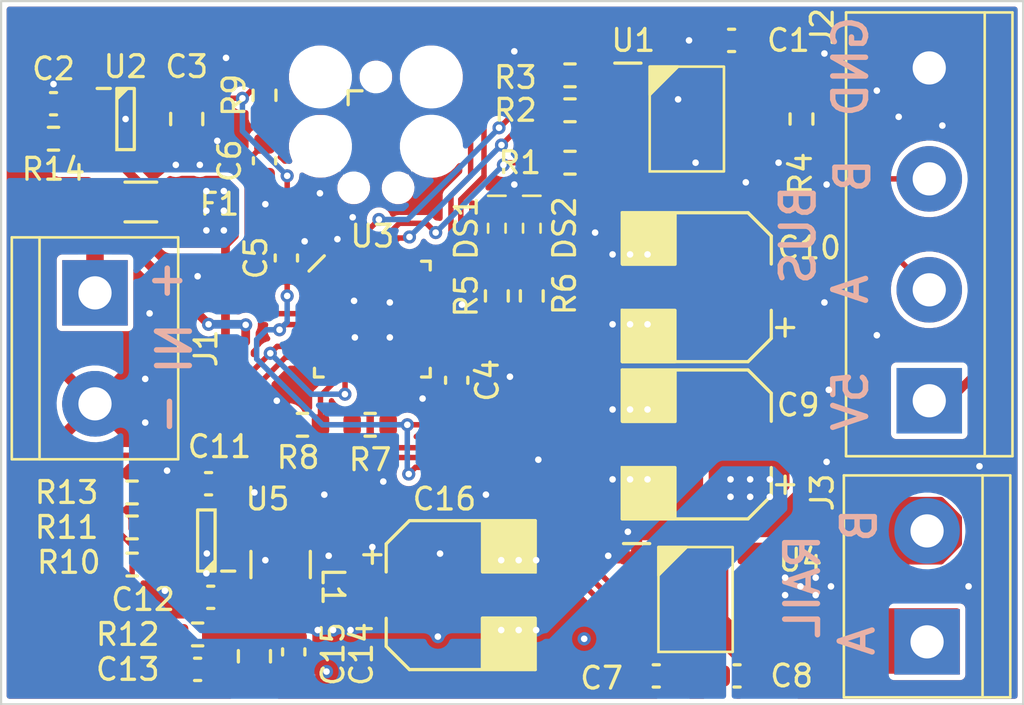
<source format=kicad_pcb>
(kicad_pcb (version 20211014) (generator pcbnew)
  (layers (0 "F.Cu" signal) (31 "B.Cu" signal) (34 "B.Paste" user) (35 "F.Paste" user) (36 "B.SilkS" user "B.Silkscreen") (37 "F.SilkS" user "F.Silkscreen") (38 "B.Mask" user) (39 "F.Mask" user) (44 "Edge.Cuts" user))
  (net 0 "")
  (net 1 "+5V")
  (net 2 "GND")
  (net 3 "+3V3")
  (net 4 "/MCU/NRST")
  (net 5 "+12V")
  (net 6 "Net-(C12-Pad1)")
  (net 7 "Net-(C12-Pad2)")
  (net 8 "Net-(C13-Pad2)")
  (net 9 "Net-(DS1-Pad2)")
  (net 10 "Net-(DS2-Pad2)")
  (net 11 "/Power/VIN")
  (net 12 "/RS485/A")
  (net 13 "/RS485/B")
  (net 14 "/RailDriver/RAIL_A")
  (net 15 "/RailDriver/RAIL_B")
  (net 16 "/MCU/SWDIO")
  (net 17 "/MCU/SWCLK")
  (net 19 "/MCU/BUS_TX")
  (net 20 "Net-(R1-Pad2)")
  (net 21 "/MCU/BUS_DIR")
  (net 22 "Net-(R2-Pad2)")
  (net 23 "/MCU/BUS_RX")
  (net 24 "Net-(R3-Pad2)")
  (net 25 "/MCU/LED_RED")
  (net 26 "/MCU/LED_GRN")
  (net 27 "Net-(R7-Pad1)")
  (net 28 "Net-(R10-Pad1)")
  (net 29 "Net-(R11-Pad1)")
  (net 30 "Net-(R14-Pad1)")
  (net 35 "/MCU/RAIL_TX_A")
  (net 36 "/MCU/RAIL_TX_B")
  (footprint "C_Capacitor:C_6.3mm_SMD" (layer "F.Cu") (at 138.75625 100.5 180)
    (fp_text reference "C9")
    (fp_text value "100u,35v" hide)
  )
  (footprint "C_Capacitor:C_0603" (layer "F.Cu") (at 116.5 107.5)
    (fp_text reference "C12")
    (fp_text value "100n,50v" hide)
  )
  (footprint "R_Resistor:R_0603" (layer "F.Cu") (at 123.8 99.6)
    (fp_text reference "R7")
    (fp_text value "10K" hide)
  )
  (footprint "C_Capacitor:C_0603" (layer "F.Cu") (at 109.3 84.9 180)
    (fp_text reference "C2")
    (fp_text value "100n,50v" hide)
  )
  (footprint "R_Resistor:R_0603" (layer "F.Cu") (at 118.9625 84.5125 90)
    (fp_text reference "R9")
    (fp_text value "10K" hide)
  )
  (footprint "U_IC:SOT23_6" (layer "F.Cu") (at 116.3 104.9 180)
    (fp_text reference "U5")
    (fp_text value "RT6214BHGJ6F" hide)
  )
  (footprint "R_Resistor:R_0603" (layer "F.Cu") (at 132.95 85.2)
    (fp_text reference "R2")
    (fp_text value "10K" hide)
  )
  (footprint "R_Resistor:R_0603" (layer "F.Cu") (at 115.9 109.2)
    (fp_text reference "R12")
    (fp_text value "54.9K" hide)
  )
  (footprint "DS_LED:DS_0603" (layer "F.Cu") (at 129.6 90.6 -90)
    (fp_text reference "DS1")
    (fp_text value "LED,RED" hide)
  )
  (footprint "U_IC:QFN32_05_5x5_EP" (layer "F.Cu") (at 123.9 94.7625)
    (fp_text reference "U3")
    (fp_text value "STM32L011KxUx" hide)
  )
  (footprint "TerminalBlock:TerminalBlock_bornier-2_P5.08mm" (layer "F.Cu") (at 149.3 109.54 90)
    (fp_text reference "J3")
    (fp_text value "Screw_Terminal_01x02" hide)
  )
  (footprint "R_Resistor:R_0603" (layer "F.Cu") (at 112.9 104.3 180)
    (fp_text reference "R11")
    (fp_text value "10K" hide)
  )
  (footprint "C_Capacitor:C_6.3mm_SMD" (layer "F.Cu") (at 127.94375 107.4)
    (fp_text reference "C16")
    (fp_text value "100u,35v" hide)
  )
  (footprint "TerminalBlock:TerminalBlock_bornier-4_P5.08mm" (layer "F.Cu") (at 149.4 98.5 90)
    (fp_text reference "J2")
    (fp_text value "Screw_Terminal_01x04" hide)
  )
  (footprint "C_Capacitor:C_0805" (layer "F.Cu") (at 118.5 110.2 -90)
    (fp_text reference "C15")
    (fp_text value "10u,16V" hide)
  )
  (footprint "R_Resistor:R_0603" (layer "F.Cu") (at 112.9 106 180)
    (fp_text reference "R10")
    (fp_text value "100K" hide)
  )
  (footprint "C_Capacitor:C_0603" (layer "F.Cu") (at 118.9625 87.5125 -90)
    (fp_text reference "C6")
    (fp_text value "100n,50v" hide)
  )
  (footprint "C_Capacitor:C_0805" (layer "F.Cu") (at 115.4 85.6 -90)
    (fp_text reference "C3")
    (fp_text value "10u,16V" hide)
  )
  (footprint "R_Resistor:R_0603" (layer "F.Cu") (at 109.3 86.5 180)
    (fp_text reference "R14")
    (fp_text value "10K" hide)
  )
  (footprint "R_Resistor:R_0603" (layer "F.Cu") (at 129.6 93.7 -90)
    (fp_text reference "R5")
    (fp_text value "300R" hide)
  )
  (footprint "R_Resistor:R_0603" (layer "F.Cu") (at 143.55 85.6 90)
    (fp_text reference "R4")
    (fp_text value "120R" hide)
  )
  (footprint "C_Capacitor:C_0603" (layer "F.Cu") (at 136.9 111.1)
    (fp_text reference "C7")
    (fp_text value "100n,50v" hide)
  )
  (footprint "C_Capacitor:C_0603" (layer "F.Cu") (at 119.9625 91.9625 90)
    (fp_text reference "C5")
    (fp_text value "100n,50v" hide)
  )
  (footprint "U_IC:SOIC_8" (layer "F.Cu") (at 138.7 107.6)
    (fp_text reference "U4")
    (fp_text value "TB67H451FNG" hide)
  )
  (footprint "U_IC:SOIC_8" (layer "F.Cu") (at 138.3 85.6)
    (fp_text reference "U1")
    (fp_text value "SN75179BDR" hide)
  )
  (footprint "C_Capacitor:C_0603" (layer "F.Cu") (at 115.9 110.8 180)
    (fp_text reference "C13")
    (fp_text value "22p,50v" hide)
  )
  (footprint "U_IC:SOT23_5" (layer "F.Cu") (at 112.6 85.6)
    (fp_text reference "U2")
    (fp_text value "MCP1755T-3302E/OT" hide)
  )
  (footprint "R_Resistor:R_0603" (layer "F.Cu") (at 132.95 83.6)
    (fp_text reference "R3")
    (fp_text value "10K" hide)
  )
  (footprint "C_Capacitor:C_0603" (layer "F.Cu") (at 116.4 102.3 180)
    (fp_text reference "C11")
    (fp_text value "100n,50v" hide)
  )
  (footprint "R_Resistor:R_0603" (layer "F.Cu") (at 112.9 102.7 180)
    (fp_text reference "R13")
    (fp_text value "10K" hide)
  )
  (footprint "DS_LED:DS_0603" (layer "F.Cu") (at 131.2 90.6 -90)
    (fp_text reference "DS2")
    (fp_text value "LED,GRN" hide)
  )
  (footprint "TerminalBlock:TerminalBlock_bornier-2_P5.08mm" (layer "F.Cu") (at 111.2 93.56 -90)
    (fp_text reference "J1")
    (fp_text value "Screw_Terminal_01x02" hide)
  )
  (footprint "R_Resistor:R_0603" (layer "F.Cu") (at 120.7 99.6)
    (fp_text reference "R8")
    (fp_text value "10K" hide)
  )
  (footprint "F_Fuse:F_1206" (layer "F.Cu") (at 113.3 89.4)
    (fp_text reference "F1")
    (fp_text value "0685T5000-01" hide)
  )
  (footprint "C_Capacitor:C_0603" (layer "F.Cu") (at 140.6 111.1 180)
    (fp_text reference "C8")
    (fp_text value "100n,50v" hide)
  )
  (footprint "R_Resistor:R_0603" (layer "F.Cu") (at 131.2 93.7 -90)
    (fp_text reference "R6")
    (fp_text value "300R" hide)
  )
  (footprint "C_Capacitor:C_6.3mm_SMD" (layer "F.Cu") (at 138.75625 93.3 180)
    (fp_text reference "C10")
    (fp_text value "100u,35v" hide)
  )
  (footprint "R_Resistor:R_0603" (layer "F.Cu") (at 132.95 87.6)
    (fp_text reference "R1")
    (fp_text value "10K" hide)
  )
  (footprint "L_Inductor:L_1210" (layer "F.Cu") (at 119.7 106 -90)
    (fp_text reference "L1")
    (fp_text value "NLCV32T-4R7M-PFR" hide)
  )
  (footprint "C_Capacitor:C_0603" (layer "F.Cu") (at 140.35 82 180)
    (fp_text reference "C1")
    (fp_text value "100n,50v" hide)
  )
  (footprint "C_Capacitor:C_0603" (layer "F.Cu") (at 127.7625 97.5625 -90)
    (fp_text reference "C4")
    (fp_text value "100n,50v" hide)
  )
  (footprint "N_NonPart:TagConnect_2030" (layer "F.Cu") (at 124.0625 86.2125 -90)
    (fp_text reference "J4" hide)
    (fp_text value "TC_2030_STLINK" hide)
  )
  (footprint "C_Capacitor:C_0603" (layer "F.Cu") (at 120.3 110 -90)
    (fp_text reference "C14")
    (fp_text value "100n,50v" hide)
  )
  (gr_rect (start 153.7 80.2) (end 106.9 112.4) (layer "Edge.Cuts") (width 0.1) (fill none))
  (gr_text "IN" (at 114.7 96.1 270) (layer "B.SilkS") (effects (font (size 1.5 1.5) (thickness 0.25)) (justify mirror)))
  (gr_text "B" (at 146.2 104.2 90) (layer "B.SilkS") (effects (font (size 1.5 1.5) (thickness 0.25)) (justify mirror)))
  (gr_text "5V" (at 145.8 98.5 90) (layer "B.SilkS") (effects (font (size 1.5 1.5) (thickness 0.25)) (justify mirror)))
  (gr_text "RAIL" (at 143.6 107 90) (layer "B.SilkS") (effects (font (size 1.5 1.5) (thickness 0.25)) (justify mirror)))
  (gr_text "+" (at 114.4 93 90) (layer "B.SilkS") (effects (font (size 1.5 1.5) (thickness 0.25)) (justify mirror)))
  (gr_text "BUS" (at 143.4 90.9 90) (layer "B.SilkS") (effects (font (size 1.5 1.5) (thickness 0.25)) (justify mirror)))
  (gr_text "A" (at 145.8 93.4 90) (layer "B.SilkS") (effects (font (size 1.5 1.5) (thickness 0.25)) (justify mirror)))
  (gr_text "GND" (at 145.8 83.2 90) (layer "B.SilkS") (effects (font (size 1.5 1.5) (thickness 0.25)) (justify mirror)))
  (gr_text "-" (at 114.5 99.1 90) (layer "B.SilkS") (effects (font (size 1.5 1.5) (thickness 0.25)) (justify mirror)))
  (gr_text "B" (at 145.9 88.2 90) (layer "B.SilkS") (effects (font (size 1.5 1.5) (thickness 0.25)) (justify mirror)))
  (gr_text "A" (at 146.1 109.5 90) (layer "B.SilkS") (effects (font (size 1.5 1.5) (thickness 0.25)) (justify mirror)))
  (segment (start 119.082736 101.62452) (end 122.22452 101.62452) (width 0.4) (layer "F.Cu") (net 1))
  (segment (start 112.5 87.8) (end 109.6 87.8) (width 0.4) (layer "F.Cu") (net 1))
  (segment (start 113.3 91.9) (end 113.3 88.6) (width 0.4) (layer "F.Cu") (net 1))
  (segment (start 111.35 84.9) (end 111.6 84.65) (width 0.25) (layer "F.Cu") (net 1))
  (segment (start 141 82.125) (end 141.125 82) (width 0.25) (layer "F.Cu") (net 1))
  (segment (start 138.995 83.695) (end 141 83.695) (width 0.4) (layer "F.Cu") (net 1))
  (segment (start 113.3 88.6) (end 112.5 87.8) (width 0.4) (layer "F.Cu") (net 1))
  (segment (start 117.87548 96.02452) (end 117.87548 100.417264) (width 0.4) (layer "F.Cu") (net 1))
  (segment (start 118.1 95.02452) (end 118.1 95.8) (width 0.4) (layer "F.Cu") (net 1))
  (segment (start 150.3 98.5) (end 149.4 98.5) (width 0.4) (layer "F.Cu") (net 1))
  (segment (start 141 83.695) (end 145.705 83.695) (width 0.4) (layer "F.Cu") (net 1))
  (segment (start 150.4 81.2) (end 151.5 82.3) (width 0.4) (layer "F.Cu") (net 1))
  (segment (start 151.5 82.3) (end 151.5 97.3) (width 0.4) (layer "F.Cu") (net 1))
  (segment (start 110.075 84.9) (end 113.77452 81.20048) (width 0.4) (layer "F.Cu") (net 1))
  (segment (start 141 83.695) (end 141 82.125) (width 0.25) (layer "F.Cu") (net 1))
  (segment (start 145.705 83.695) (end 148.2 81.2) (width 0.4) (layer "F.Cu") (net 1))
  (segment (start 109.6 87.8) (end 108.475 86.675) (width 0.4) (layer "F.Cu") (net 1))
  (segment (start 116.4 95) (end 113.3 91.9) (width 0.4) (layer "F.Cu") (net 1))
  (segment (start 110.075 84.9) (end 111.35 84.9) (width 0.25) (layer "F.Cu") (net 1))
  (segment (start 122.22452 101.62452) (end 125.44375 104.84375) (width 0.4) (layer "F.Cu") (net 1))
  (segment (start 108.475 86.5) (end 110.075 84.9) (width 0.4) (layer "F.Cu") (net 1))
  (segment (start 113.77452 81.20048) (end 136.50048 81.20048) (width 0.4) (layer "F.Cu") (net 1))
  (segment (start 151.5 97.3) (end 150.3 98.5) (width 0.4) (layer "F.Cu") (net 1))
  (segment (start 136.50048 81.20048) (end 138.995 83.695) (width 0.4) (layer "F.Cu") (net 1))
  (segment (start 125.44375 104.84375) (end 125.44375 107.4) (width 0.4) (layer "F.Cu") (net 1))
  (segment (start 118.1 95.8) (end 117.87548 96.02452) (width 0.4) (layer "F.Cu") (net 1))
  (segment (start 148.2 81.2) (end 150.4 81.2) (width 0.4) (layer "F.Cu") (net 1))
  (segment (start 108.475 86.675) (end 108.475 86.5) (width 0.4) (layer "F.Cu") (net 1))
  (segment (start 117.87548 100.417264) (end 119.082736 101.62452) (width 0.4) (layer "F.Cu") (net 1))
  (via (at 118.1 95.02452) (size 0.6) (drill 0.3) (layers "F.Cu" "B.Cu") (net 1))
  (via (at 116.4 95) (size 0.6) (drill 0.3) (layers "F.Cu" "B.Cu") (net 1))
  (segment (start 118.07548 95) (end 116.4 95) (width 0.4) (layer "B.Cu") (net 1))
  (segment (start 118.1 95.02452) (end 118.07548 95) (width 0.4) (layer "B.Cu") (net 1))
  (segment (start 122.65 92.3625) (end 122.65 93.5125) (width 0.25) (layer "F.Cu") (net 2))
  (segment (start 122.65 93.5125) (end 123.0625 93.925) (width 0.25) (layer "F.Cu") (net 2))
  (segment (start 123.4275 87.4825) (end 124.1 88.155) (width 0.25) (layer "F.Cu") (net 2))
  (segment (start 122.65 91.45) (end 122.3 91.1) (width 0.25) (layer "F.Cu") (net 2))
  (segment (start 124.1 89.1) (end 123.1 90.1) (width 0.25) (layer "F.Cu") (net 2))
  (segment (start 122.65 92.3625) (end 122.65 91.45) (width 0.25) (layer "F.Cu") (net 2))
  (segment (start 124.1 88.155) (end 124.1 89.1) (width 0.25) (layer "F.Cu") (net 2))
  (via (at 126.9 109.3) (size 0.6) (drill 0.3) (layers "F.Cu" "B.Cu") (net 2))
  (via (at 113.5 97.5) (size 0.6) (drill 0.3) (layers "F.Cu" "B.Cu") (net 2))
  (via (at 134.9 95) (size 0.6) (drill 0.3) (layers "F.Cu" "B.Cu") (net 2))
  (via (at 134.9 98.9) (size 0.6) (drill 0.3) (layers "F.Cu" "B.Cu") (net 2))
  (via (at 151.7 101.5) (size 0.6) (drill 0.3) (layers "F.Cu" "B.Cu") (net 2))
  (via (at 115.9 92.8) (size 0.6) (drill 0.3) (layers "F.Cu" "B.Cu") (net 2))
  (via (at 150 85.9) (size 0.6) (drill 0.3) (layers "F.Cu" "B.Cu") (net 2))
  (via (at 129.1 102.8) (size 0.6) (drill 0.3) (layers "F.Cu" "B.Cu") (net 2))
  (via (at 148 85.5) (size 0.6) (drill 0.3) (layers "F.Cu" "B.Cu") (net 2))
  (via (at 138.4 82) (size 0.6) (drill 0.3) (layers "F.Cu" "B.Cu") (net 2))
  (via (at 123 90.1) (size 0.6) (drill 0.3) (layers "F.Cu" "B.Cu") (net 2))
  (via (at 142.8 106.6) (size 0.6) (drill 0.3) (layers "F.Cu" "B.Cu") (net 2))
  (via (at 144.6 94) (size 0.6) (drill 0.3) (layers "F.Cu" "B.Cu") (net 2))
  (via (at 121.8 110.9) (size 0.6) (drill 0.3) (layers "F.Cu" "B.Cu") (net 2))
  (via (at 142.8 107.4) (size 0.6) (drill 0.3) (layers "F.Cu" "B.Cu") (net 2))
  (via (at 144.6 82.6) (size 0.6) (drill 0.3) (layers "F.Cu" "B.Cu") (net 2))
  (via (at 136.5 102.1) (size 0.6) (drill 0.3) (layers "F.Cu" "B.Cu") (net 2))
  (via (at 130.2 97.4) (size 0.6) (drill 0.3) (layers "F.Cu" "B.Cu") (net 2))
  (via (at 133.6 109.4) (size 0.6) (drill 0.3) (layers "F.Cu" "B.Cu") (net 2))
  (via (at 114.9 87.7) (size 0.6) (drill 0.3) (layers "F.Cu" "B.Cu") (net 2))
  (via (at 130.6 105.8) (size 0.6) (drill 0.3) (layers "F.Cu" "B.Cu") (net 2))
  (via (at 135.7 91.8) (size 0.6) (drill 0.3) (layers "F.Cu" "B.Cu") (net 2))
  (via (at 121.4 109) (size 0.6) (drill 0.3) (layers "F.Cu" "B.Cu") (net 2))
  (via (at 116.320663 105.494096) (size 0.6) (drill 0.3) (layers "F.Cu" "B.Cu") (net 2))
  (via (at 147 95.5) (size 0.6) (drill 0.3) (layers "F.Cu" "B.Cu") (net 2))
  (via (at 128 94.1) (size 0.6) (drill 0.3) (layers "F.Cu" "B.Cu") (net 2))
  (via (at 134.1 90.8) (size 0.6) (drill 0.3) (layers "F.Cu" "B.Cu") (net 2))
  (via (at 116.8 86.6) (size 0.6) (drill 0.3) (layers "F.Cu" "B.Cu") (net 2))
  (via (at 151.2 107) (size 0.6) (drill 0.3) (layers "F.Cu" "B.Cu") (net 2))
  (via (at 119.5245 98.5) (size 0.6) (drill 0.3) (layers "F.Cu" "B.Cu") (net 2))
  (via (at 134.9 91.8) (size 0.6) (drill 0.3) (layers "F.Cu" "B.Cu") (net 2))
  (via (at 122.3 91.1) (size 0.6) (drill 0.3) (layers "F.Cu" "B.Cu") (net 2))
  (via (at 144.8 98) (size 0.6) (drill 0.3) (layers "F.Cu" "B.Cu") (net 2))
  (via (at 134.7 105.6) (size 0.6) (drill 0.3) (layers "F.Cu" "B.Cu") (net 2))
  (via (at 124.4 102.2) (size 0.6) (drill 0.3) (layers "F.Cu" "B.Cu") (net 2))
  (via (at 118.5 102.7) (size 0.6) (drill 0.3) (layers "F.Cu" "B.Cu") (net 2))
  (via (at 112.6 85.6) (size 0.6) (drill 0.3) (layers "F.Cu" "B.Cu") (net 2))
  (via (at 123.9 105.2) (size 0.6) (drill 0.3) (layers "F.Cu" "B.Cu") (net 2))
  (via (at 123.0625 93.925) (size 0.6) (drill 0.3) (layers "F.Cu" "B.Cu") (net 2))
  (via (at 116.3 106.4) (size 0.6) (drill 0.3) (layers "F.Cu" "B.Cu") (net 2))
  (via (at 147 84.3) (size 0.6) (drill 0.3) (layers "F.Cu" "B.Cu") (net 2))
  (via (at 124.7 95.6) (size 0.6) (drill 0.3) (layers "F.Cu" "B.Cu") (net 2))
  (via (at 131.5 101.2) (size 0.6) (drill 0.3) (layers "F.Cu" "B.Cu") (net 2))
  (via (at 142.5 87.6) (size 0.6) (drill 0.3) (layers "F.Cu" "B.Cu") (net 2))
  (via (at 130.4 82.5) (size 0.6) (drill 0.3) (layers "F.Cu" "B.Cu") (net 2))
  (via (at 109.3 84) (size 0.6) (drill 0.3) (layers "F.Cu" "B.Cu") (net 2))
  (via (at 135.7 98.9) (size 0.6) (drill 0.3) (layers "F.Cu" "B.Cu") (net 2))
  (via (at 135.6 104.5) (size 0.6) (drill 0.3) (layers "F.Cu" "B.Cu") (net 2))
  (via (at 121.5 89) (size 0.6) (drill 0.3) (layers "F.Cu" "B.Cu") (net 2))
  (via (at 129.8 105.8) (size 0.6) (drill 0.3) (layers "F.Cu" "B.Cu") (net 2))
  (via (at 141 88.5) (size 0.6) (drill 0.3) (layers "F.Cu" "B.Cu") (net 2))
  (via (at 122.1 109) (size 0.6) (drill 0.3) (layers "F.Cu" "B.Cu") (net 2))
  (via (at 121.7 102.8) (size 0.6) (drill 0.3) (layers "F.Cu" "B.Cu") (net 2))
  (via (at 136.5 91.8) (size 0.6) (drill 0.3) (layers "F.Cu" "B.Cu") (net 2))
  (via (at 119 89.5) (size 0.6) (drill 0.3) (layers "F.Cu" "B.Cu") (net 2))
  (via (at 144.9 107) (size 0.6) (drill 0.3) (layers "F.Cu" "B.Cu") (net 2))
  (via (at 114.5 101.7) (size 0.6) (drill 0.3) (layers "F.Cu" "B.Cu") (net 2))
  (via (at 136.5 95) (size 0.6) (drill 0.3) (layers "F.Cu" "B.Cu") (net 2))
  (via (at 131.4 105.8) (size 0.6) (drill 0.3) (layers "F.Cu" "B.Cu") (net 2))
  (via (at 123.1 95.6) (size 0.6) (drill 0.3) (layers "F.Cu" "B.Cu") (net 2))
  (via (at 130.4 88.6) (size 0.6) (drill 0.3) (layers "F.Cu" "B.Cu") (net 2))
  (via (at 134.9 102.1) (size 0.6) (drill 0.3) (layers "F.Cu" "B.Cu") (net 2))
  (via (at 143.5 107) (size 0.6) (drill 0.3) (layers "F.Cu" "B.Cu") (net 2))
  (via (at 137.9 84.7) (size 0.6) (drill 0.3) (layers "F.Cu" "B.Cu") (net 2))
  (via (at 117.2 82.8) (size 0.6) (drill 0.3) (layers "F.Cu" "B.Cu") (net 2))
  (via (at 130.6 109) (size 0.6) (drill 0.3) (layers "F.Cu" "B.Cu") (net 2))
  (via (at 121.9 105.6) (size 0.6) (drill 0.3) (layers "F.Cu" "B.Cu") (net 2))
  (via (at 135.7 102.1) (size 0.6) (drill 0.3) (layers "F.Cu" "B.Cu") (net 2))
  (via (at 135.7 95) (size 0.6) (drill 0.3) (layers "F.Cu" "B.Cu") (net 2))
  (via (at 126.2 98.4) (size 0.6) (drill 0.3) (layers "F.Cu" "B.Cu") (net 2))
  (via (at 144.7 88.6) (size 0.6) (drill 0.3) (layers "F.Cu" "B.Cu") (net 2))
  (via (at 144.7 101.3) (size 0.6) (drill 0.3) (layers "F.Cu" "B.Cu") (net 2))
  (via (at 127 105.5) (size 0.6) (drill 0.3) (layers "F.Cu" "B.Cu") (net 2))
  (via (at 114.4 107.2) (size 0.6) (drill 0.3) (layers "F.Cu" "B.Cu") (net 2))
  (via (at 113.7 94.5) (size 0.6) (drill 0.3) (layers "F.Cu" "B.Cu") (net 2))
  (via (at 116 87.7) (size 0.6) (drill 0.3) (layers "F.Cu" "B.Cu") (net 2))
  (via (at 119 105.8) (size 0.6) (drill 0.3) (layers "F.Cu" "B.Cu") (net 2))
  (via (at 131.4 109) (size 0.6) (drill 0.3) (layers "F.Cu" "B.Cu") (net 2))
  (via (at 122.9 109) (size 0.6) (drill 0.3) (layers "F.Cu" "B.Cu") (net 2))
  (via (at 138.7 87.6) (size 0.6) (drill 0.3) (layers "F.Cu" "B.Cu") (net 2))
  (via (at 124.7 94) (size 0.6) (drill 0.3) (layers "F.Cu" "B.Cu") (net 2))
  (via (at 136.5 98.9) (size 0.6) (drill 0.3) (layers "F.Cu" "B.Cu") (net 2))
  (via (at 144.2 107.4) (size 0.6) (drill 0.3) (layers "F.Cu" "B.Cu") (net 2))
  (via (at 120.8 91.2) (size 0.6) (drill 0.3) (layers "F.Cu" "B.Cu") (net 2))
  (via (at 113.5 99.5) (size 0.6) (drill 0.3) (layers "F.Cu" "B.Cu") (net 2))
  (via (at 144.2 106.6) (size 0.6) (drill 0.3) (layers "F.Cu" "B.Cu") (net 2))
  (via (at 129.8 109) (size 0.6) (drill 0.3) (layers "F.Cu" "B.Cu") (net 2))
  (segment (start 122.210529 82.110529) (end 120.539471 82.110529) (width 0.25) (layer "F.Cu") (net 3))
  (segment (start 126.2625 96.5125) (end 127.3875 96.5125) (width 0.25) (layer "F.Cu") (net 3))
  (segment (start 136 109.505) (end 135.105 109.505) (width 0.25) (layer "F.Cu") (net 3))
  (segment (start 120.539471 82.110529) (end 118.9625 83.6875) (width 0.25) (layer "F.Cu") (net 3))
  (segment (start 128.3 99.6) (end 128.9 99) (width 0.25) (layer "F.Cu") (net 3))
  (segment (start 124.625 99.6) (end 125.5 99.6) (width 0.25) (layer "F.Cu") (net 3))
  (segment (start 123.4275 84.9425) (end 123.192679 84.707679) (width 0.25) (layer "F.Cu") (net 3))
  (segment (start 125.5 99.6) (end 128.3 99.6) (width 0.25) (layer "F.Cu") (net 3))
  (segment (start 120.2375 93.0125) (end 119.9625 92.7375) (width 0.25) (layer "F.Cu") (net 3))
  (segment (start 121.4625 93.0125) (end 120.2375 93.0125) (width 0.25) (layer "F.Cu") (net 3))
  (segment (start 118 84.65) (end 118.9625 83.6875) (width 0.25) (layer "F.Cu") (net 3))
  (segment (start 120 93.7) (end 120 92.775) (width 0.25) (layer "F.Cu") (net 3))
  (segment (start 134.7 108.054628) (end 132.9 106.254628) (width 0.25) (layer "F.Cu") (net 3))
  (segment (start 119.9625 92.7375) (end 118.8 91.575) (width 0.25) (layer "F.Cu") (net 3))
  (segment (start 128.9 97.4) (end 128.2875 96.7875) (width 0.25) (layer "F.Cu") (net 3))
  (segment (start 119.8875 95.0125) (end 119.65 95.25) (width 0.25) (layer "F.Cu") (net 3))
  (segment (start 127.3875 96.5125) (end 127.7625 96.8875) (width 0.25) (layer "F.Cu") (net 3))
  (segment (start 120 89.383193) (end 120 88.2) (width 0.25) (layer "F.Cu") (net 3))
  (segment (start 120 92.775) (end 119.9625 92.7375) (width 0.25) (layer "F.Cu") (net 3))
  (segment (start 136.125 111.1) (end 136.125 109.63) (width 0.25) (layer "F.Cu") (net 3))
  (segment (start 123.192679 84.707679) (end 123.192679 83.092679) (width 0.25) (layer "F.Cu") (net 3))
  (segment (start 118.8 90.583193) (end 120 89.383193) (width 0.25) (layer "F.Cu") (net 3))
  (segment (start 128.9 99) (end 128.9 97.4) (width 0.25) (layer "F.Cu") (net 3))
  (segment (start 121.5 95.0125) (end 119.8875 95.0125) (width 0.25) (layer "F.Cu") (net 3))
  (segment (start 132.9 106.254628) (end 132.9 105.335718) (width 0.25) (layer "F.Cu") (net 3))
  (segment (start 118.8 91.575) (end 118.8 90.583193) (width 0.25) (layer "F.Cu") (net 3))
  (segment (start 113.6 84.65) (end 115.4 84.65) (width 0.25) (layer "F.Cu") (net 3))
  (segment (start 125.872222 101.54952) (end 125.565226 101.856516) (width 0.25) (layer "F.Cu") (net 3))
  (segment (start 129.113802 101.54952) (end 125.872222 101.54952) (width 0.25) (layer "F.Cu") (net 3))
  (segment (start 115.4 84.65) (end 117.95 84.65) (width 0.25) (layer "F.Cu") (net 3))
  (segment (start 134.7 109.1) (end 134.7 108.054628) (width 0.25) (layer "F.Cu") (net 3))
  (segment (start 117.95 84.65) (end 118 84.65) (width 0.25) (layer "F.Cu") (net 3))
  (segment (start 128.2875 96.7875) (end 127.7625 96.7875) (width 0.25) (layer "F.Cu") (net 3))
  (segment (start 123.192679 83.092679) (end 122.210529 82.110529) (width 0.25) (layer "F.Cu") (net 3))
  (segment (start 136.125 109.63) (end 136 109.505) (width 0.25) (layer "F.Cu") (net 3))
  (segment (start 135.105 109.505) (end 134.7 109.1) (width 0.25) (layer "F.Cu") (net 3))
  (segment (start 132.9 105.335718) (end 129.113802 101.54952) (width 0.25) (layer "F.Cu") (net 3))
  (via (at 120 88.2) (size 0.6) (drill 0.3) (layers "F.Cu" "B.Cu") (net 3))
  (via (at 117.95 84.65) (size 0.6) (drill 0.3) (layers "F.Cu" "B.Cu") (net 3))
  (via (at 119.65 95.25) (size 0.6) (drill 0.3) (layers "F.Cu" "B.Cu") (net 3))
  (via (at 125.565226 101.856516) (size 0.6) (drill 0.3) (layers "F.Cu" "B.Cu") (net 3))
  (via (at 125.5 99.6) (size 0.6) (drill 0.3) (layers "F.Cu" "B.Cu") (net 3))
  (via (at 120 93.7) (size 0.6) (drill 0.3) (layers "F.Cu" "B.Cu") (net 3))
  (segment (start 121.616807 99.6) (end 118.601759 96.584952) (width 0.25) (layer "B.Cu") (net 3))
  (segment (start 117.95 86.15) (end 117.95 84.65) (width 0.25) (layer "B.Cu") (net 3))
  (segment (start 125.5 101.7) (end 125.5 101.79129) (width 0.25) (layer "B.Cu") (net 3))
  (segment (start 118.601759 95.698241) (end 119.05 95.25) (width 0.25) (layer "B.Cu") (net 3))
  (segment (start 119.05 95.25) (end 119.65 95.25) (width 0.25) (layer "B.Cu") (net 3))
  (segment (start 120 88.2) (end 117.95 86.15) (width 0.25) (layer "B.Cu") (net 3))
  (segment (start 118.601759 96.584952) (end 118.601759 95.698241) (width 0.25) (layer "B.Cu") (net 3))
  (segment (start 119.65 95.25) (end 120 94.9) (width 0.25) (layer "B.Cu") (net 3))
  (segment (start 120 94.9) (end 120 93.7) (width 0.25) (layer "B.Cu") (net 3))
  (segment (start 125.5 99.6) (end 121.616807 99.6) (width 0.25) (layer "B.Cu") (net 3))
  (segment (start 125.5 99.6) (end 125.5 101.7) (width 0.25) (layer "B.Cu") (net 3))
  (segment (start 125.5 101.79129) (end 125.565226 101.856516) (width 0.25) (layer "B.Cu") (net 3))
  (segment (start 119.014471 85.285529) (end 118.9625 85.3375) (width 0.25) (layer "F.Cu") (net 4))
  (segment (start 118.16298 87.53702) (end 118.9625 86.7375) (width 0.25) (layer "F.Cu") (net 4))
  (segment (start 121.5 94.5125) (end 119.0125 94.5125) (width 0.25) (layer "F.Cu") (net 4))
  (segment (start 118.9625 86.7375) (end 118.9625 85.3375) (width 0.25) (layer "F.Cu") (net 4))
  (segment (start 123.4275 86.2125) (end 122.500529 85.285529) (width 0.25) (layer "F.Cu") (net 4))
  (segment (start 119.0125 94.5125) (end 118.16298 93.66298) (width 0.25) (layer "F.Cu") (net 4))
  (segment (start 118.16298 93.66298) (end 118.16298 87.53702) (width 0.25) (layer "F.Cu") (net 4))
  (segment (start 122.500529 85.285529) (end 119.014471 85.285529) (width 0.25) (layer "F.Cu") (net 4))
  (segment (start 112.075 106) (end 111.2 105.125) (width 0.25) (layer "F.Cu") (net 5))
  (segment (start 141.375 109.53) (end 141.4 109.505) (width 0.25) (layer "F.Cu") (net 5))
  (segment (start 117.175 90.775) (end 117.175 102.3) (width 0.4) (layer "F.Cu") (net 5))
  (segment (start 117.3 102.425) (end 117.175 102.3) (width 0.25) (layer "F.Cu") (net 5))
  (segment (start 111.2 105.125) (end 111.2 102.358217) (width 0.25) (layer "F.Cu") (net 5))
  (segment (start 117.1 90.7) (end 117.175 90.775) (width 0.4) (layer "F.Cu") (net 5))
  (segment (start 112.558217 101) (end 117.2 101) (width 0.25) (layer "F.Cu") (net 5))
  (segment (start 117.3 103.95) (end 117.3 102.425) (width 0.4) (layer "F.Cu") (net 5))
  (segment (start 111.2 102.358217) (end 112.558217 101) (width 0.25) (layer "F.Cu") (net 5))
  (via (at 116.3 89.8) (size 0.6) (drill 0.3) (layers "F.Cu" "B.Cu") (net 5))
  (via (at 116.3 90.7) (size 0.6) (drill 0.3) (layers "F.Cu" "B.Cu") (net 5))
  (via (at 142.1 102.1) (size 0.6) (drill 0.3) (layers "F.Cu" "B.Cu") (net 5))
  (via (at 116.3 88.9) (size 0.6) (drill 0.3) (layers "F.Cu" "B.Cu") (net 5))
  (via (at 117.1 89.8) (size 0.6) (drill 0.3) (layers "F.Cu" "B.Cu") (net 5))
  (via (at 141.2 102.9) (size 0.6) (drill 0.3) (layers "F.Cu" "B.Cu") (net 5))
  (via (at 142.1 102.9) (size 0.6) (drill 0.3) (layers "F.Cu" "B.Cu") (net 5))
  (via (at 141.2 102.1) (size 0.6) (drill 0.3) (layers "F.Cu" "B.Cu") (net 5))
  (via (at 140.3 102.9) (size 0.6) (drill 0.3) (layers "F.Cu" "B.Cu") (net 5))
  (via (at 140.3 102.1) (size 0.6) (drill 0.3) (layers "F.Cu" "B.Cu") (net 5))
  (via (at 117.1 88.9) (size 0.6) (drill 0.3) (layers "F.Cu" "B.Cu") (net 5))
  (via (at 117.1 90.7) (size 0.6) (drill 0.3) (layers "F.Cu" "B.Cu") (net 5))
  (segment (start 115.3 107.075) (end 115.725 107.5) (width 0.25) (layer "F.Cu") (net 6))
  (segment (start 115.3 105.85) (end 115.3 107.075) (width 0.25) (layer "F.Cu") (net 6))
  (segment (start 117.275 107.5) (end 117.337507 107.5) (width 0.25) (layer "F.Cu") (net 7))
  (segment (start 118.1 106.737507) (end 118.1 104.9) (width 0.25) (layer "F.Cu") (net 7))
  (segment (start 119.4 104.9) (end 119.7 104.6) (width 0.25) (layer "F.Cu") (net 7))
  (segment (start 117.3 104.9) (end 118.1 104.9) (width 0.4) (layer "F.Cu") (net 7))
  (segment (start 117.337507 107.5) (end 118.1 106.737507) (width 0.25) (layer "F.Cu") (net 7))
  (segment (start 118.1 104.9) (end 119.4 104.9) (width 0.4) (layer "F.Cu") (net 7))
  (segment (start 112.075 102.7) (end 112.075 104.3) (width 0.25) (layer "F.Cu") (net 8))
  (segment (start 112.075 104.3) (end 112.9 105.125) (width 0.25) (layer "F.Cu") (net 8))
  (segment (start 114.2 109.2) (end 115.075 109.2) (width 0.25) (layer "F.Cu") (net 8))
  (segment (start 112.9 105.125) (end 112.9 107.9) (width 0.25) (layer "F.Cu") (net 8))
  (segment (start 115.125 110.8) (end 115.125 109.25) (width 0.25) (layer "F.Cu") (net 8))
  (segment (start 112.9 107.9) (end 114.2 109.2) (width 0.25) (layer "F.Cu") (net 8))
  (segment (start 115.125 109.25) (end 115.075 109.2) (width 0.25) (layer "F.Cu") (net 8))
  (segment (start 129.6 91.3875) (end 129.6 92.875) (width 0.25) (layer "F.Cu") (net 9))
  (segment (start 131.2 92.875) (end 131.2 91.3875) (width 0.25) (layer "F.Cu") (net 10))
  (segment (start 111.2 93.56) (end 111.2 90) (width 0.8) (layer "F.Cu") (net 11))
  (segment (start 111.2 90) (end 111.8 89.4) (width 0.8) (layer "F.Cu") (net 11))
  (segment (start 147 89) (end 147 91.02) (width 0.25) (layer "F.Cu") (net 12))
  (segment (start 141 86.235) (end 143.36 86.235) (width 0.25) (layer "F.Cu") (net 12))
  (segment (start 143.36 86.235) (end 143.55 86.425) (width 0.25) (layer "F.Cu") (net 12))
  (segment (start 147 91.02) (end 149.4 93.42) (width 0.25) (layer "F.Cu") (net 12))
  (segment (start 143.55 86.425) (end 144.425 86.425) (width 0.25) (layer "F.Cu") (net 12))
  (segment (start 144.425 86.425) (end 147 89) (width 0.25) (layer "F.Cu") (net 12))
  (segment (start 147.14 88.34) (end 149.4 88.34) (width 0.25) (layer "F.Cu") (net 13))
  (segment (start 143.55 84.775) (end 143.575 84.775) (width 0.25) (layer "F.Cu") (net 13))
  (segment (start 143.36 84.965) (end 143.55 84.775) (width 0.25) (layer "F.Cu") (net 13))
  (segment (start 141 84.965) (end 143.36 84.965) (width 0.25) (layer "F.Cu") (net 13))
  (segment (start 143.575 84.775) (end 147.14 88.34) (width 0.25) (layer "F.Cu") (net 13))
  (segment (start 124.932321 84.707679) (end 124.932321 82.992679) (width 0.25) (layer "F.Cu") (net 16))
  (segment (start 127.94952 92.285012) (end 126.722032 93.5125) (width 0.25) (layer "F.Cu") (net 16))
  (segment (start 125.814471 82.110529) (end 128.210529 82.110529) (width 0.25) (layer "F.Cu") (net 16))
  (segment (start 129.01202 82.91202) (end 129.01202 88.223698) (width 0.25) (layer "F.Cu") (net 16))
  (segment (start 126.722032 93.5125) (end 126.3 93.5125) (width 0.25) (layer "F.Cu") (net 16))
  (segment (start 127.94952 89.286198) (end 127.94952 92.285012) (width 0.25) (layer "F.Cu") (net 16))
  (segment (start 128.210529 82.110529) (end 129.01202 82.91202) (width 0.25) (layer "F.Cu") (net 16))
  (segment (start 124.6975 84.9425) (end 124.932321 84.707679) (width 0.25) (layer "F.Cu") (net 16))
  (segment (start 124.932321 82.992679) (end 125.814471 82.110529) (width 0.25) (layer "F.Cu") (net 16))
  (segment (start 129.01202 88.223698) (end 127.94952 89.286198) (width 0.25) (layer "F.Cu") (net 16))
  (segment (start 124.6975 86.2125) (end 125.6475 85.2625) (width 0.25) (layer "F.Cu") (net 17))
  (segment (start 126.586314 93.0125) (end 126.3 93.0125) (width 0.25) (layer "F.Cu") (net 17))
  (segment (start 128.4 86.2) (end 128.4 88.2) (width 0.25) (layer "F.Cu") (net 17))
  (segment (start 127.5 92.098814) (end 126.586314 93.0125) (width 0.25) (layer "F.Cu") (net 17))
  (segment (start 128.4 88.2) (end 127.5 89.1) (width 0.25) (layer "F.Cu") (net 17))
  (segment (start 127.5 89.1) (end 127.5 92.098814) (width 0.25) (layer "F.Cu") (net 17))
  (segment (start 125.6475 85.2625) (end 127.4625 85.2625) (width 0.25) (layer "F.Cu") (net 17))
  (segment (start 127.4625 85.2625) (end 128.4 86.2) (width 0.25) (layer "F.Cu") (net 17))
  (segment (start 129.9 87.6) (end 129.9 87.7) (width 0.25) (layer "F.Cu") (net 19))
  (segment (start 132.125 87.6) (end 129.9 87.6) (width 0.25) (layer "F.Cu") (net 19))
  (segment (start 123.65 91.85571) (end 123.65 92.3625) (width 0.25) (layer "F.Cu") (net 19))
  (segment (start 125.130221 90.375489) (end 123.65 91.85571) (width 0.25) (layer "F.Cu") (net 19))
  (segment (start 126.375489 90.375489) (end 125.130221 90.375489) (width 0.25) (layer "F.Cu") (net 19))
  (segment (start 126.8 90.8) (end 126.375489 90.375489) (width 0.25) (layer "F.Cu") (net 19))
  (via (at 126.8 90.8) (size 0.6) (drill 0.3) (layers "F.Cu" "B.Cu") (net 19))
  (via (at 129.9 87.7) (size 0.6) (drill 0.3) (layers "F.Cu" "B.Cu") (net 19))
  (segment (start 126.8 90.8) (end 129.9 87.7) (width 0.25) (layer "B.Cu") (net 19))
  (segment (start 135.6 87.505) (end 133.87 87.505) (width 0.25) (layer "F.Cu") (net 20))
  (segment (start 133.87 87.505) (end 133.775 87.6) (width 0.25) (layer "F.Cu") (net 20))
  (segment (start 131.404534 85.2) (end 132.125 85.2) (width 0.25) (layer "F.Cu") (net 21))
  (segment (start 129.813067 86.791467) (end 131.404534 85.2) (width 0.25) (layer "F.Cu") (net 21))
  (segment (start 124.15 91.991428) (end 124.15 92.3625) (width 0.25) (layer "F.Cu") (net 21))
  (segment (start 125.55048 91.04952) (end 125.091908 91.04952) (width 0.25) (layer "F.Cu") (net 21))
  (segment (start 125.091908 91.04952) (end 124.15 91.991428) (width 0.25) (layer "F.Cu") (net 21))
  (segment (start 125.6 91) (end 125.55048 91.04952) (width 0.25) (layer "F.Cu") (net 21))
  (via (at 125.6 91) (size 0.6) (drill 0.3) (layers "F.Cu" "B.Cu") (net 21))
  (via (at 129.813067 86.791467) (size 0.6) (drill 0.3) (layers "F.Cu" "B.Cu") (net 21))
  (segment (start 125.6 91) (end 129.808533 86.791467) (width 0.25) (layer "B.Cu") (net 21))
  (segment (start 129.808533 86.791467) (end 129.813067 86.791467) (width 0.25) (layer "B.Cu") (net 21))
  (segment (start 134.01 84.965) (end 133.775 85.2) (width 0.25) (layer "F.Cu") (net 22))
  (segment (start 135.6 86.235) (end 135.6 84.965) (width 0.25) (layer "F.Cu") (net 22))
  (segment (start 135.6 84.965) (end 134.01 84.965) (width 0.25) (layer "F.Cu") (net 22))
  (segment (start 129.725 86) (end 132.125 83.6) (width 0.25) (layer "F.Cu") (net 23))
  (segment (start 123.15 91.25) (end 123.15 92.3625) (width 0.25) (layer "F.Cu") (net 23))
  (segment (start 129.7 86) (end 129.725 86) (width 0.25) (layer "F.Cu") (net 23))
  (segment (start 124.2 90.2) (end 123.15 91.25) (width 0.25) (layer "F.Cu") (net 23))
  (via (at 124.2 90.2) (size 0.6) (drill 0.3) (layers "F.Cu" "B.Cu") (net 23))
  (via (at 129.7 86) (size 0.6) (drill 0.3) (layers "F.Cu" "B.Cu") (net 23))
  (segment (start 125.516807 90.2) (end 129.7 86.016807) (width 0.25) (layer "B.Cu") (net 23))
  (segment (start 129.7 86.016807) (end 129.7 86) (width 0.25) (layer "B.Cu") (net 23))
  (segment (start 124.2 90.2) (end 125.516807 90.2) (width 0.25) (layer "B.Cu") (net 23))
  (segment (start 135.505 83.6) (end 135.6 83.695) (width 0.25) (layer "F.Cu") (net 24))
  (segment (start 133.775 83.6) (end 135.505 83.6) (width 0.25) (layer "F.Cu") (net 24))
  (segment (start 126.3 95.5125) (end 128.6125 95.5125) (width 0.25) (layer "F.Cu") (net 25))
  (segment (start 128.6125 95.5125) (end 129.6 94.525) (width 0.25) (layer "F.Cu") (net 25))
  (segment (start 129.7125 96.0125) (end 131.2 94.525) (width 0.25) (layer "F.Cu") (net 26))
  (segment (start 126.3 96.0125) (end 129.7125 96.0125) (width 0.25) (layer "F.Cu") (net 26))
  (segment (start 122.15 97.65) (end 121.525 98.275) (width 0.25) (layer "F.Cu") (net 27))
  (segment (start 121.525 98.275) (end 121.525 99.6) (width 0.25) (layer "F.Cu") (net 27))
  (segment (start 121.525 99.6) (end 122.975 99.6) (width 0.25) (layer "F.Cu") (net 27))
  (segment (start 122.15 97.1625) (end 122.15 97.65) (width 0.25) (layer "F.Cu") (net 27))
  (segment (start 113.725 106) (end 113.725 105.875) (width 0.25) (layer "F.Cu") (net 28))
  (segment (start 114.7 104.9) (end 115.3 104.9) (width 0.25) (layer "F.Cu") (net 28))
  (segment (start 113.725 105.875) (end 114.7 104.9) (width 0.25) (layer "F.Cu") (net 28))
  (segment (start 113.725 104.3) (end 113.925 104.1) (width 0.25) (layer "F.Cu") (net 29))
  (segment (start 115.15 104.1) (end 115.3 103.95) (width 0.25) (layer "F.Cu") (net 29))
  (segment (start 113.925 104.1) (end 115.15 104.1) (width 0.25) (layer "F.Cu") (net 29))
  (segment (start 110.125 86.5) (end 111.55 86.5) (width 0.25) (layer "F.Cu") (net 30))
  (segment (start 111.55 86.5) (end 111.6 86.55) (width 0.25) (layer "F.Cu") (net 30))
  (segment (start 133.425969 105.225969) (end 133.425969 106.144879) (width 0.25) (layer "F.Cu") (net 35))
  (segment (start 119.54004 96.0125) (end 121.5 96.0125) (width 0.25) (layer "F.Cu") (net 35))
  (segment (start 119.22627 96.32627) (end 119.54004 96.0125) (width 0.25) (layer "F.Cu") (net 35))
  (segment (start 122.642951 98.2) (end 122.65 98.192951) (width 0.25) (layer "F.Cu") (net 35))
  (segment (start 118.4 100.2) (end 119.3 101.1) (width 0.25) (layer "F.Cu") (net 35))
  (segment (start 133.425969 106.144879) (end 135.51609 108.235) (width 0.25) (layer "F.Cu") (net 35))
  (segment (start 129.3 101.1) (end 133.425969 105.225969) (width 0.25) (layer "F.Cu") (net 35))
  (segment (start 135.51609 108.235) (end 136 108.235) (width 0.25) (layer "F.Cu") (net 35))
  (segment (start 118.4 97.15254) (end 118.4 100.2) (width 0.25) (layer "F.Cu") (net 35))
  (segment (start 119.22627 96.32627) (end 118.4 97.15254) (width 0.25) (layer "F.Cu") (net 35))
  (segment (start 119.3 101.1) (end 129.3 101.1) (width 0.25) (layer "F.Cu") (net 35))
  (segment (start 122.65 98.192951) (end 122.65 97.1625) (width 0.25) (layer "F.Cu") (net 35))
  (via (at 122.642951 98.2) (size 0.6) (drill 0.3) (layers "F.Cu" "B.Cu") (net 35))
  (via (at 119.22627 96.32627) (size 0.6) (drill 0.3) (layers "F.Cu" "B.Cu") (net 35))
  (segment (start 122.642951 98.2) (end 121.1 98.2) (width 0.25) (layer "B.Cu") (net 35))
  (segment (start 121.1 98.2) (end 119.22627 96.32627) (width 0.25) (layer "B.Cu") (net 35))
  (segment (start 133.875489 105.958682) (end 133.875489 104.975489) (width 0.25) (layer "F.Cu") (net 36))
  (segment (start 129.55048 100.65048) (end 119.486198 100.65048) (width 0.25) (layer "F.Cu") (net 36))
  (segment (start 136 106.965) (end 134.881807 106.965) (width 0.25) (layer "F.Cu") (net 36))
  (segment (start 118.9 100.064282) (end 118.9 97.535718) (width 0.25) (layer "F.Cu") (net 36))
  (segment (start 134.881807 106.965) (end 133.875489 105.958682) (width 0.25) (layer "F.Cu") (net 36))
  (segment (start 119.923218 96.5125) (end 121.5 96.5125) (width 0.25) (layer "F.Cu") (net 36))
  (segment (start 119.486198 100.65048) (end 118.9 100.064282) (width 0.25) (layer "F.Cu") (net 36))
  (segment (start 133.875489 104.975489) (end 129.55048 100.65048) (width 0.25) (layer "F.Cu") (net 36))
  (segment (start 118.9 97.535718) (end 119.923218 96.5125) (width 0.25) (layer "F.Cu") (net 36))
  (zone (net 5) (net_name "+12V") (layer "F.Cu") (name "12V_IN") (priority 1) (connect_pads yes (clearance 0.254)) (min_thickness 0.254) (fill yes (thermal_gap 0.508) (thermal_bridge_width 0.508) (island_removal_mode 1) (island_area_min 0))
    (polygon (pts (xy 117.8 88.8) (xy 117.8 91) (xy 117.3 91.5) (xy 114.6 91.5) (xy 114 91) (xy 114 88.7) (xy 114.6 88.2) (xy 117.2 88.2)))
  )
  (zone (net 14) (net_name "/RailDriver/RAIL_A") (layer "F.Cu") (name "RAIL_A") (priority 1) (connect_pads yes (clearance 0.254)) (min_thickness 0.254) (fill yes (thermal_gap 0.508) (thermal_bridge_width 0.508) (island_removal_mode 1) (island_area_min 0))
    (polygon (pts (xy 150.8 111) (xy 144.9 111) (xy 142.6 108.7) (xy 140.7 108.7) (xy 140.7 108) (xy 150.8 108)))
  )
  (zone (net 1) (net_name "+5V") (layer "F.Cu") (name "5V_SMPS") (priority 1) (connect_pads yes (clearance 0.254)) (min_thickness 0.254) (fill yes (thermal_gap 0.508) (thermal_bridge_width 0.508) (island_removal_mode 1) (island_area_min 0))
    (polygon (pts (xy 127.3 107) (xy 127.3 107.8) (xy 126.8 108.3) (xy 121.4 108.3) (xy 120.9 108.8) (xy 120.9 109.5) (xy 120.7 109.8) (xy 117.6 109.8) (xy 117.3 110.1) (xy 117.3 111.3) (xy 117.1 111.5) (xy 116.3 111.5) (xy 116.1 111.3) (xy 116.1 108.8) (xy 116.5 108.4) (xy 117.8 108.4) (xy 118.3 107.9) (xy 118.3 107) (xy 118.9 106.4) (xy 126.7 106.4)))
  )
  (zone (net 15) (net_name "/RailDriver/RAIL_B") (layer "F.Cu") (name "RAIL_B") (priority 1) (connect_pads yes (clearance 0.254)) (min_thickness 0.254) (fill yes (thermal_gap 0.508) (thermal_bridge_width 0.508) (island_removal_mode 1) (island_area_min 0))
    (polygon (pts (xy 150.9 103.8) (xy 150.9 105.1) (xy 150 106) (xy 140.7 106) (xy 140.7 105) (xy 142.3 105) (xy 145 102.9) (xy 150 102.9)))
  )
  (zone (net 2) (net_name "GND") (layer "F.Cu") (name "GND_TOP") (connect_pads (clearance 0.254)) (min_thickness 0.254) (fill yes (thermal_gap 0.508) (thermal_bridge_width 0.508) (island_removal_mode 1) (island_area_min 0))
    (polygon (pts (xy 153.7 112.4) (xy 106.9 112.4) (xy 106.9 80.2) (xy 153.7 80.2)))
  )
  (zone (net 5) (net_name "+12V") (layer "F.Cu") (name "MTR_12V") (priority 1) (connect_pads yes (clearance 0.254)) (min_thickness 0.254) (fill yes (thermal_gap 0.508) (thermal_bridge_width 0.508) (island_removal_mode 1) (island_area_min 0))
    (polygon (pts (xy 143 92.7) (xy 143 102.5) (xy 140.2 105.3) (xy 140.2 108.4) (xy 140.7 108.9) (xy 142.4 108.9) (xy 143.3 109.8) (xy 143.3 111.7) (xy 140.9 111.7) (xy 140.5 111.3) (xy 140.5 110.4) (xy 139.3 109.2) (xy 139.3 92.7) (xy 139.8 92.2) (xy 142.5 92.2)))
  )
  (zone (net 2) (net_name "GND") (layer "B.Cu") (name "BOT_GND") (connect_pads yes (clearance 0.254)) (min_thickness 0.254) (fill yes (thermal_gap 0.508) (thermal_bridge_width 0.508) (island_removal_mode 1) (island_area_min 0))
    (polygon (pts (xy 153.7 112.4) (xy 106.9 112.4) (xy 106.9 80.2) (xy 153.7 80.2)))
  )
  (zone (net 5) (net_name "+12V") (layer "B.Cu") (name "RAIL_B") (priority 1) (connect_pads yes (clearance 0.254)) (min_thickness 0.254) (fill yes (thermal_gap 0.508) (thermal_bridge_width 0.508) (island_removal_mode 1) (island_area_min 0))
    (polygon (pts (xy 117.8 88.8) (xy 117.8 90.9) (xy 117.2 91.5) (xy 114.3 91.5) (xy 112.5 93.3) (xy 112.5 106.1) (xy 115.9 109.4) (xy 132 109.4) (xy 139.9 101.5) (xy 142.3 101.5) (xy 142.9 102.1) (xy 142.9 103.5) (xy 140.1 106.3) (xy 140.1 112.4) (xy 106.9 112.4) (xy 106.9 88.3) (xy 117.3 88.3)))
  )
)
</source>
